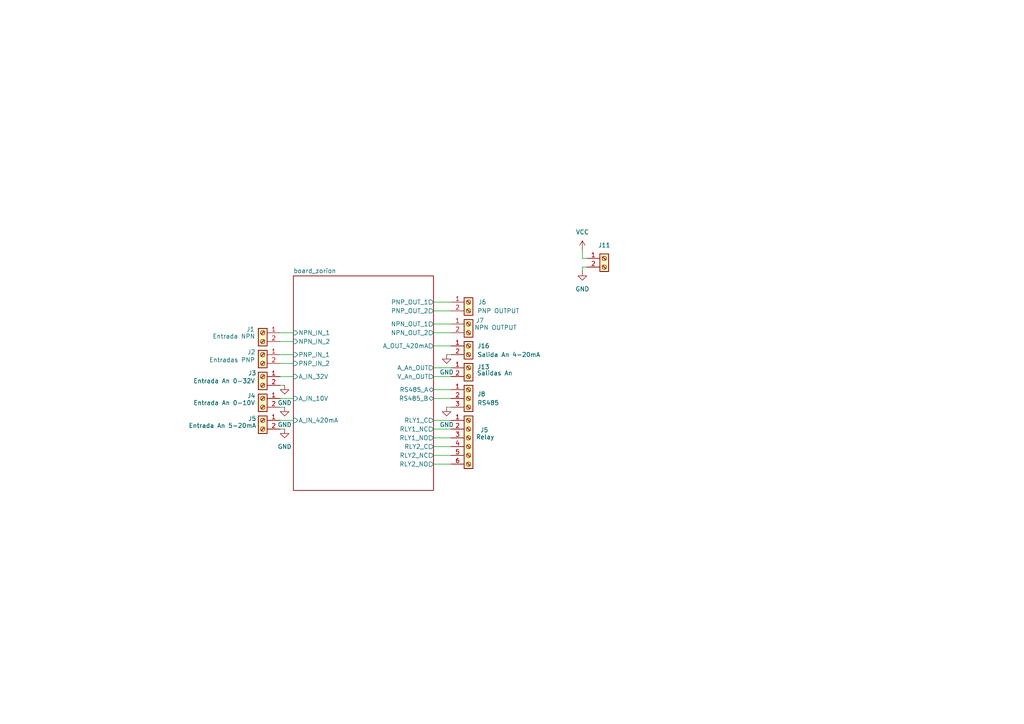
<source format=kicad_sch>
(kicad_sch (version 20250114) (generator "eeschema") (generator_version "9.0")
  (paper "A4")
  (lib_symbols
    (symbol "Connector:Screw_Terminal_01x02" (pin_names (offset 1.016) (hide yes))
      (property "Reference" "J" (at 0 2.54 0))
      (property "Value" "Screw_Terminal_01x02" (at 0 -5.08 0))
      (symbol "Screw_Terminal_01x02_1_1"
        (rectangle (start -1.27 1.27) (end 1.27 -3.81) (stroke (width 0.254)) (fill (type background)))
        (polyline (pts (xy -0.5334 0.3302) (xy 0.3302 -0.508)) (stroke (width 0.1524)))
        (polyline (pts (xy -0.5334 -2.2098) (xy 0.3302 -3.048)) (stroke (width 0.1524)))
        (polyline (pts (xy -0.3556 0.508) (xy 0.508 -0.3302)) (stroke (width 0.1524)))
        (polyline (pts (xy -0.3556 -2.032) (xy 0.508 -2.8702)) (stroke (width 0.1524)))
        (circle (center 0 0) (radius 0.635) (stroke (width 0.1524)))
        (circle (center 0 -2.54) (radius 0.635) (stroke (width 0.1524)))
        (pin passive line (at -5.08 0 0) (length 3.81) (name "Pin_1") (number "1"))
        (pin passive line (at -5.08 -2.54 0) (length 3.81) (name "Pin_2") (number "2"))
      )
    )
    (symbol "Connector:Screw_Terminal_01x03" (pin_names (offset 1.016) (hide yes))
      (property "Reference" "J" (at 0 5.08 0))
      (property "Value" "Screw_Terminal_01x03" (at 0 -5.08 0))
      (symbol "Screw_Terminal_01x03_1_1"
        (rectangle (start -1.27 3.81) (end 1.27 -3.81) (stroke (width 0.254)) (fill (type background)))
        (polyline (pts (xy -0.5334 2.8702) (xy 0.3302 2.032)) (stroke (width 0.1524)))
        (polyline (pts (xy -0.5334 0.3302) (xy 0.3302 -0.508)) (stroke (width 0.1524)))
        (polyline (pts (xy -0.5334 -2.2098) (xy 0.3302 -3.048)) (stroke (width 0.1524)))
        (polyline (pts (xy -0.3556 3.048) (xy 0.508 2.2098)) (stroke (width 0.1524)))
        (polyline (pts (xy -0.3556 0.508) (xy 0.508 -0.3302)) (stroke (width 0.1524)))
        (polyline (pts (xy -0.3556 -2.032) (xy 0.508 -2.8702)) (stroke (width 0.1524)))
        (circle (center 0 2.54) (radius 0.635) (stroke (width 0.1524)))
        (circle (center 0 0) (radius 0.635) (stroke (width 0.1524)))
        (circle (center 0 -2.54) (radius 0.635) (stroke (width 0.1524)))
        (pin passive line (at -5.08 2.54 0) (length 3.81) (name "Pin_1") (number "1"))
        (pin passive line (at -5.08 0 0) (length 3.81) (name "Pin_2") (number "2"))
        (pin passive line (at -5.08 -2.54 0) (length 3.81) (name "Pin_3") (number "3"))
      )
    )
    (symbol "Connector:Screw_Terminal_01x06" (pin_names (offset 1.016) (hide yes))
      (property "Reference" "J" (at 0 7.62 0))
      (property "Value" "Screw_Terminal_01x06" (at 0 -10.16 0))
      (symbol "Screw_Terminal_01x06_1_1"
        (rectangle (start -1.27 6.35) (end 1.27 -8.89) (stroke (width 0.254)) (fill (type background)))
        (polyline (pts (xy -0.5334 5.4102) (xy 0.3302 4.572)) (stroke (width 0.1524)))
        (polyline (pts (xy -0.5334 2.8702) (xy 0.3302 2.032)) (stroke (width 0.1524)))
        (polyline (pts (xy -0.5334 0.3302) (xy 0.3302 -0.508)) (stroke (width 0.1524)))
        (polyline (pts (xy -0.5334 -2.2098) (xy 0.3302 -3.048)) (stroke (width 0.1524)))
        (polyline (pts (xy -0.5334 -4.7498) (xy 0.3302 -5.588)) (stroke (width 0.1524)))
        (polyline (pts (xy -0.5334 -7.2898) (xy 0.3302 -8.128)) (stroke (width 0.1524)))
        (polyline (pts (xy -0.3556 5.588) (xy 0.508 4.7498)) (stroke (width 0.1524)))
        (polyline (pts (xy -0.3556 3.048) (xy 0.508 2.2098)) (stroke (width 0.1524)))
        (polyline (pts (xy -0.3556 0.508) (xy 0.508 -0.3302)) (stroke (width 0.1524)))
        (polyline (pts (xy -0.3556 -2.032) (xy 0.508 -2.8702)) (stroke (width 0.1524)))
        (polyline (pts (xy -0.3556 -4.572) (xy 0.508 -5.4102)) (stroke (width 0.1524)))
        (polyline (pts (xy -0.3556 -7.112) (xy 0.508 -7.9502)) (stroke (width 0.1524)))
        (circle (center 0 5.08) (radius 0.635) (stroke (width 0.1524)))
        (circle (center 0 2.54) (radius 0.635) (stroke (width 0.1524)))
        (circle (center 0 0) (radius 0.635) (stroke (width 0.1524)))
        (circle (center 0 -2.54) (radius 0.635) (stroke (width 0.1524)))
        (circle (center 0 -5.08) (radius 0.635) (stroke (width 0.1524)))
        (circle (center 0 -7.62) (radius 0.635) (stroke (width 0.1524)))
        (pin passive line (at -5.08 5.08 0) (length 3.81) (name "Pin_1") (number "1"))
        (pin passive line (at -5.08 2.54 0) (length 3.81) (name "Pin_2") (number "2"))
        (pin passive line (at -5.08 0 0) (length 3.81) (name "Pin_3") (number "3"))
        (pin passive line (at -5.08 -2.54 0) (length 3.81) (name "Pin_4") (number "4"))
        (pin passive line (at -5.08 -5.08 0) (length 3.81) (name "Pin_5") (number "5"))
        (pin passive line (at -5.08 -7.62 0) (length 3.81) (name "Pin_6") (number "6"))
      )
    )
    (symbol "power:GND" (power) (pin_numbers (hide yes)) (pin_names (offset 0) (hide yes))
      (property "Value" "GND" (at 0 -3.81 0))
      (symbol "GND_0_1"
        (polyline (pts (xy 0 0) (xy 0 -1.27) (xy 1.27 -1.27) (xy 0 -2.54) (xy -1.27 -1.27) (xy 0 -1.27)))
      )
      (symbol "GND_1_1"
        (pin power_in line (at 0 0 270) (length 0) (name "~") (number "1"))
      )
    )
    (symbol "power:VCC" (power) (pin_numbers (hide yes)) (pin_names (offset 0) (hide yes))
      (property "Value" "VCC" (at 0 3.556 0))
      (symbol "VCC_0_1"
        (polyline (pts (xy -0.762 1.27) (xy 0 2.54)))
        (polyline (pts (xy 0 2.54) (xy 0.762 1.27)))
        (polyline (pts (xy 0 0) (xy 0 2.54)))
      )
      (symbol "VCC_1_1"
        (pin power_in line (at 0 0 90) (length 0) (name "~") (number "1"))
      )
    )
  )
  (wire (pts (xy 125.73 129.54) (xy 130.81 129.54)))
  (wire (pts (xy 125.73 132.08) (xy 130.81 132.08)))
  (wire (pts (xy 81.28 115.57) (xy 85.09 115.57)))
  (wire (pts (xy 82.55 124.46) (xy 81.28 124.46)))
  (wire (pts (xy 125.73 127) (xy 130.81 127)))
  (wire (pts (xy 168.91 77.47) (xy 170.18 77.47)))
  (wire (pts (xy 125.73 124.46) (xy 130.81 124.46)))
  (wire (pts (xy 125.73 113.03) (xy 130.81 113.03)))
  (wire (pts (xy 81.28 109.22) (xy 85.09 109.22)))
  (wire (pts (xy 82.55 111.76) (xy 81.28 111.76)))
  (wire (pts (xy 81.28 96.52) (xy 85.09 96.52)))
  (wire (pts (xy 125.73 87.63) (xy 130.81 87.63)))
  (wire (pts (xy 125.73 90.17) (xy 130.81 90.17)))
  (wire (pts (xy 125.73 93.98) (xy 130.81 93.98)))
  (wire (pts (xy 125.73 106.68) (xy 130.81 106.68)))
  (wire (pts (xy 168.91 78.74) (xy 168.91 77.47)))
  (wire (pts (xy 82.55 118.11) (xy 81.28 118.11)))
  (wire (pts (xy 81.28 105.41) (xy 85.09 105.41)))
  (wire (pts (xy 125.73 134.62) (xy 130.81 134.62)))
  (wire (pts (xy 125.73 96.52) (xy 130.81 96.52)))
  (wire (pts (xy 168.91 74.93) (xy 168.91 72.39)))
  (wire (pts (xy 81.28 99.06) (xy 85.09 99.06)))
  (wire (pts (xy 129.54 118.11) (xy 130.81 118.11)))
  (wire (pts (xy 81.28 121.92) (xy 85.09 121.92)))
  (wire (pts (xy 125.73 121.92) (xy 130.81 121.92)))
  (wire (pts (xy 125.73 100.33) (xy 130.81 100.33)))
  (wire (pts (xy 81.28 102.87) (xy 85.09 102.87)))
  (wire (pts (xy 170.18 74.93) (xy 168.91 74.93)))
  (wire (pts (xy 129.54 102.87) (xy 130.81 102.87)))
  (wire (pts (xy 125.73 109.22) (xy 130.81 109.22)))
  (wire (pts (xy 125.73 115.57) (xy 130.81 115.57)))
  (symbol (lib_id "Connector:Screw_Terminal_01x02") (at 76.2 115.57 0) (mirror y) (unit 1)
    (property "Reference" "J4" (at 72.898 114.808 0))
    (property "Value" "Entrada An 0-10V" (at 65.024 116.84 0))
    (property "Footprint" "TerminalBlock_Phoenix:TerminalBlock_Phoenix_MKDS-1,5-2-5.08_1x02_P5.08mm_Horizontal" (effects (hide yes)))
    (property "Description" "Generic screw terminal, single row, 01x02, script generated (kicad-library-utils/schlib/autogen/connector/)" (effects (hide yes)))
  )
  (symbol (lib_id "Connector:Screw_Terminal_01x03") (at 135.89 115.57 0) (unit 1)
    (property "Reference" "J8" (at 138.43 114.2999 0) (effects (justify left)))
    (property "Value" "RS485" (at 138.43 116.8399 0) (effects (justify left)))
    (property "Footprint" "TerminalBlock_Phoenix:TerminalBlock_Phoenix_MKDS-1,5-3-5.08_1x03_P5.08mm_Horizontal" (effects (hide yes)))
    (property "Description" "Generic screw terminal, single row, 01x03, script generated (kicad-library-utils/schlib/autogen/connector/)" (effects (hide yes)))
  )
  (symbol (lib_id "Connector:Screw_Terminal_01x02") (at 76.2 109.22 0) (mirror y) (unit 1)
    (property "Reference" "J3" (at 73.152 108.204 0))
    (property "Value" "Entrada An 0-32V" (at 65.024 110.49 0))
    (property "Footprint" "TerminalBlock_Phoenix:TerminalBlock_Phoenix_MKDS-1,5-2-5.08_1x02_P5.08mm_Horizontal" (effects (hide yes)))
    (property "Description" "Generic screw terminal, single row, 01x02, script generated (kicad-library-utils/schlib/autogen/connector/)" (effects (hide yes)))
  )
  (symbol (lib_id "power:GND") (at 129.54 118.11 0) (unit 1)
    (property "Reference" "#PWR07" (effects (hide yes)))
    (property "Value" "GND" (at 129.54 123.19 0))
    (property "Description" "Power symbol creates a global label with name \"GND\" , ground" (effects (hide yes)))
  )
  (symbol (lib_id "Connector:Screw_Terminal_01x06") (at 135.89 127 0) (unit 1)
    (property "Reference" "J5" (at 140.462 124.714 0))
    (property "Value" "Relay" (at 140.716 126.746 0))
    (property "Footprint" "TerminalBlock_Phoenix:TerminalBlock_Phoenix_MKDS-1,5-6_1x06_P5.00mm_Horizontal" (effects (hide yes)))
    (property "Description" "Generic screw terminal, single row, 01x06, script generated (kicad-library-utils/schlib/autogen/connector/)" (effects (hide yes)))
  )
  (symbol (lib_id "Connector:Screw_Terminal_01x02") (at 135.89 106.68 0) (unit 1)
    (property "Reference" "J13" (at 140.208 106.426 0))
    (property "Value" "Salidas An" (at 143.51 108.204 0))
    (property "Footprint" "TerminalBlock_Phoenix:TerminalBlock_Phoenix_MKDS-1,5-2-5.08_1x02_P5.08mm_Horizontal" (effects (hide yes)))
    (property "Description" "Generic screw terminal, single row, 01x02, script generated (kicad-library-utils/schlib/autogen/connector/)" (effects (hide yes)))
  )
  (symbol (lib_id "power:GND") (at 82.55 118.11 0) (unit 1)
    (property "Reference" "#PWR04" (effects (hide yes)))
    (property "Value" "GND" (at 82.55 123.19 0))
    (property "Description" "Power symbol creates a global label with name \"GND\" , ground" (effects (hide yes)))
  )
  (symbol (lib_id "power:GND") (at 82.55 111.76 0) (unit 1)
    (property "Reference" "#PWR03" (effects (hide yes)))
    (property "Value" "GND" (at 82.55 116.84 0))
    (property "Description" "Power symbol creates a global label with name \"GND\" , ground" (effects (hide yes)))
  )
  (symbol (lib_id "power:VCC") (at 168.91 72.39 0) (unit 1)
    (property "Reference" "#PWR02" (effects (hide yes)))
    (property "Value" "VCC" (at 168.91 67.31 0))
    (property "Description" "Power symbol creates a global label with name \"VCC\"" (effects (hide yes)))
  )
  (symbol (lib_id "Connector:Screw_Terminal_01x02") (at 76.2 96.52 0) (mirror y) (unit 1)
    (property "Reference" "J1" (at 72.644 95.504 0))
    (property "Value" "Entrada NPN" (at 67.818 97.536 0))
    (property "Footprint" "TerminalBlock_Phoenix:TerminalBlock_Phoenix_MKDS-1,5-2-5.08_1x02_P5.08mm_Horizontal" (effects (hide yes)))
    (property "Description" "Generic screw terminal, single row, 01x02, script generated (kicad-library-utils/schlib/autogen/connector/)" (effects (hide yes)))
  )
  (symbol (lib_id "Connector:Screw_Terminal_01x02") (at 76.2 102.87 0) (mirror y) (unit 1)
    (property "Reference" "J2" (at 72.898 102.108 0))
    (property "Value" "Entradas PNP" (at 67.31 104.394 0))
    (property "Footprint" "TerminalBlock_Phoenix:TerminalBlock_Phoenix_MKDS-1,5-2-5.08_1x02_P5.08mm_Horizontal" (effects (hide yes)))
    (property "Description" "Generic screw terminal, single row, 01x02, script generated (kicad-library-utils/schlib/autogen/connector/)" (effects (hide yes)))
  )
  (symbol (lib_id "Connector:Screw_Terminal_01x02") (at 135.89 93.98 0) (unit 1)
    (property "Reference" "J7" (at 139.192 92.964 0))
    (property "Value" "NPN OUTPUT" (at 143.764 94.996 0))
    (property "Footprint" "TerminalBlock_Phoenix:TerminalBlock_Phoenix_MKDS-1,5-2-5.08_1x02_P5.08mm_Horizontal" (effects (hide yes)))
    (property "Description" "Generic screw terminal, single row, 01x02, script generated (kicad-library-utils/schlib/autogen/connector/)" (effects (hide yes)))
  )
  (symbol (lib_id "Connector:Screw_Terminal_01x02") (at 76.2 121.92 0) (mirror y) (unit 1)
    (property "Reference" "J5" (at 73.152 121.412 0))
    (property "Value" "Entrada An 5-20mA" (at 64.516 123.444 0))
    (property "Footprint" "TerminalBlock_Phoenix:TerminalBlock_Phoenix_MKDS-1,5-2-5.08_1x02_P5.08mm_Horizontal" (effects (hide yes)))
    (property "Description" "Generic screw terminal, single row, 01x02, script generated (kicad-library-utils/schlib/autogen/connector/)" (effects (hide yes)))
  )
  (symbol (lib_id "Connector:Screw_Terminal_01x02") (at 175.26 74.93 0) (unit 1)
    (property "Reference" "J11" (at 175.26 71.12 0))
    (property "Value" "Screw_Terminal_01x02" (effects (hide yes)))
    (property "Footprint" "TerminalBlock_Phoenix:TerminalBlock_Phoenix_MKDS-1,5-2-5.08_1x02_P5.08mm_Horizontal" (effects (hide yes)))
    (property "Description" "Generic screw terminal, single row, 01x02, script generated (kicad-library-utils/schlib/autogen/connector/)" (effects (hide yes)))
  )
  (symbol (lib_id "Connector:Screw_Terminal_01x02") (at 135.89 87.63 0) (unit 1)
    (property "Reference" "J6" (at 138.684 87.63 0) (effects (justify left)))
    (property "Value" "PNP OUTPUT" (at 138.43 90.1699 0) (effects (justify left)))
    (property "Footprint" "TerminalBlock_Phoenix:TerminalBlock_Phoenix_MKDS-1,5-2-5.08_1x02_P5.08mm_Horizontal" (effects (hide yes)))
    (property "Description" "Generic screw terminal, single row, 01x02, script generated (kicad-library-utils/schlib/autogen/connector/)" (effects (hide yes)))
  )
  (symbol (lib_id "Connector:Screw_Terminal_01x02") (at 135.89 100.33 0) (unit 1)
    (property "Reference" "J16" (at 138.43 100.3299 0) (effects (justify left)))
    (property "Value" "Salida An 4-20mA" (at 138.43 102.8699 0) (effects (justify left)))
    (property "Footprint" "TerminalBlock_Phoenix:TerminalBlock_Phoenix_MKDS-1,5-2-5.08_1x02_P5.08mm_Horizontal" (effects (hide yes)))
    (property "Description" "Generic screw terminal, single row, 01x02, script generated (kicad-library-utils/schlib/autogen/connector/)" (effects (hide yes)))
  )
  (symbol (lib_id "power:GND") (at 168.91 78.74 0) (unit 1)
    (property "Reference" "#PWR01" (effects (hide yes)))
    (property "Value" "GND" (at 168.91 83.82 0))
    (property "Description" "Power symbol creates a global label with name \"GND\" , ground" (effects (hide yes)))
  )
  (symbol (lib_id "power:GND") (at 82.55 124.46 0) (unit 1)
    (property "Reference" "#PWR05" (effects (hide yes)))
    (property "Value" "GND" (at 82.55 129.54 0))
    (property "Description" "Power symbol creates a global label with name \"GND\" , ground" (effects (hide yes)))
  )
  (symbol (lib_id "power:GND") (at 129.54 102.87 0) (unit 1)
    (property "Reference" "#PWR06" (effects (hide yes)))
    (property "Value" "GND" (at 129.54 107.95 0))
    (property "Description" "Power symbol creates a global label with name \"GND\" , ground" (effects (hide yes)))
  )
  (sheet (at 85.09 80.01) (size 40.64 62.23) (stroke (width 0.1524))
    (property "Sheetname" "board_zorion" (at 85.09 79.2984 0) (effects (justify left bottom)))
    (property "Sheetfile" "untitled.kicad_sch" (effects (hide yes)))
    (pin "A_IN_10V" input (at 85.09 115.57 180))
    (pin "A_IN_32V" input (at 85.09 109.22 180))
    (pin "A_IN_420mA" input (at 85.09 121.92 180))
    (pin "A_OUT_420mA" output (at 125.73 100.33 0))
    (pin "NPN_IN_1" input (at 85.09 96.52 180))
    (pin "NPN_IN_2" input (at 85.09 99.06 180))
    (pin "PNP_IN_1" input (at 85.09 102.87 180))
    (pin "PNP_IN_2" input (at 85.09 105.41 180))
    (pin "RLY1_C" output (at 125.73 121.92 0))
    (pin "RLY1_NC" output (at 125.73 124.46 0))
    (pin "RLY1_NO" output (at 125.73 127 0))
    (pin "RLY2_C" output (at 125.73 129.54 0))
    (pin "RLY2_NC" output (at 125.73 132.08 0))
    (pin "RLY2_NO" output (at 125.73 134.62 0))
    (pin "RS485_A" bidirectional (at 125.73 113.03 0))
    (pin "RS485_B" bidirectional (at 125.73 115.57 0))
    (pin "NPN_OUT_1" output (at 125.73 93.98 0))
    (pin "NPN_OUT_2" output (at 125.73 96.52 0))
    (pin "PNP_OUT_1" output (at 125.73 87.63 0))
    (pin "PNP_OUT_2" output (at 125.73 90.17 0))
    (pin "A_An_OUT" output (at 125.73 106.68 0))
    (pin "V_An_OUT" output (at 125.73 109.22 0))
  )
)
</source>
